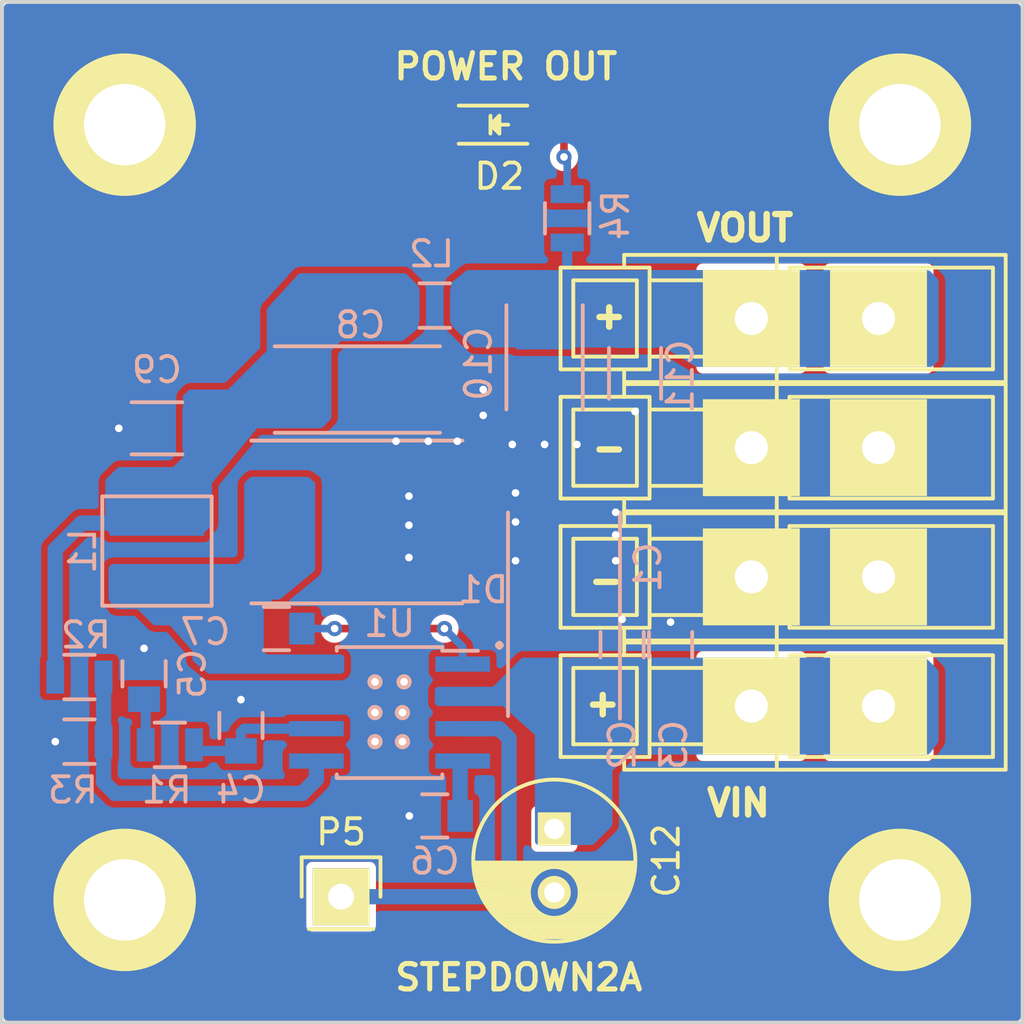
<source format=kicad_pcb>
(kicad_pcb (version 20221018) (generator pcbnew)
  (layers (0 "F.Cu" mixed) (31 "B.Cu" mixed) (34 "B.Paste" user) (35 "F.Paste" user) (36 "B.SilkS" user "B.Silkscreen") (37 "F.SilkS" user "F.Silkscreen") (38 "B.Mask" user) (39 "F.Mask" user) (44 "Edge.Cuts" user))
  (net 0 "")
  (net 1 "GND")
  (net 2 "+12V")
  (net 3 "Net-(C4-Pad1)")
  (net 4 "Net-(C5-Pad1)")
  (net 5 "Net-(C6-Pad1)")
  (net 6 "Net-(C7-Pad1)")
  (net 7 "Net-(C7-Pad2)")
  (net 8 "Net-(C8-Pad1)")
  (net 9 "+5V")
  (net 10 "Net-(D2-Pad2)")
  (net 11 "/ENABLE")
  (net 12 "Net-(R2-Pad2)")
  (footprint "Mounting_Holes:MountingHole_3.2mm_M3_DIN965_Pad" (layer "F.Cu") (at 121.92 71.12)
    (fp_text reference "P1" hide)
    (fp_text value "_NC" hide)
    (pad "1" thru_hole circle (at 0 0) (size 5.6 5.6) (drill 3.2) (layers "*.Cu" "*.Mask" "F.SilkS") (net 1 "GND"))
  )
  (footprint "Mounting_Holes:MountingHole_3.2mm_M3_DIN965_Pad" (layer "F.Cu") (at 152.4 71.12)
    (fp_text reference "P2" hide)
    (fp_text value "_NC" hide)
    (pad "1" thru_hole circle (at 0 0) (size 5.6 5.6) (drill 3.2) (layers "*.Cu" "*.Mask" "F.SilkS") (net 1 "GND"))
  )
  (footprint "Mounting_Holes:MountingHole_3.2mm_M3_DIN965_Pad" (layer "F.Cu") (at 121.92 101.6)
    (fp_text reference "P3" hide)
    (fp_text value "_NC" hide)
    (pad "1" thru_hole circle (at 0 0) (size 5.6 5.6) (drill 3.2) (layers "*.Cu" "*.Mask" "F.SilkS") (net 1 "GND"))
  )
  (footprint "Mounting_Holes:MountingHole_3.2mm_M3_DIN965_Pad" (layer "F.Cu") (at 152.4 101.6)
    (fp_text reference "P4" hide)
    (fp_text value "_NC" hide)
    (pad "1" thru_hole circle (at 0 0) (size 5.6 5.6) (drill 3.2) (layers "*.Cu" "*.Mask" "F.SilkS") (net 1 "GND"))
  )
  (footprint "Connect:WAGO256" (layer "F.Cu") (at 149.098 93.98 180)
    (fp_text reference "J1" hide)
    (fp_text value "CONN1_1" hide)
    (fp_line (start -7.46 -2.5) (end 1.54 -2.5) (stroke (width 0.15)) (layer "F.SilkS"))
    (fp_line (start -7.46 2.5001) (end -7.46 -2.5001) (stroke (width 0.15)) (layer "F.SilkS"))
    (fp_line (start -6.9601 -2) (end 1.0399 -2) (stroke (width 0.15)) (layer "F.SilkS"))
    (fp_line (start -6.9601 2) (end -6.9601 -2) (stroke (width 0.15)) (layer "F.SilkS"))
    (fp_line (start -6.9601 2) (end 1.0399 2) (stroke (width 0.15)) (layer "F.SilkS"))
    (fp_line (start 1.0399 -2) (end 1.0399 2) (stroke (width 0.15)) (layer "F.SilkS"))
    (fp_line (start 1.0399 -1) (end 1.54 -1) (stroke (width 0.15)) (layer "F.SilkS"))
    (fp_line (start 1.0399 1) (end 1.54 1) (stroke (width 0.15)) (layer "F.SilkS"))
    (fp_line (start 1.54 -2.5) (end 7.54 -2.5) (stroke (width 0.15)) (layer "F.SilkS"))
    (fp_line (start 1.54 2.5) (end -7.46 2.5) (stroke (width 0.15)) (layer "F.SilkS"))
    (fp_line (start 1.54 2.5) (end 7.54 2.5) (stroke (width 0.15)) (layer "F.SilkS"))
    (fp_line (start 1.54 2.5001) (end 1.54 -2.5001) (stroke (width 0.15)) (layer "F.SilkS"))
    (fp_line (start 3.54 -1.5) (end 6.54 -1.5) (stroke (width 0.15)) (layer "F.SilkS"))
    (fp_line (start 3.54 1.5) (end 6.54 1.5) (stroke (width 0.15)) (layer "F.SilkS"))
    (fp_line (start 3.54 1.5001) (end 3.54 -1.5001) (stroke (width 0.15)) (layer "F.SilkS"))
    (fp_line (start 6.54 -2) (end 6.54 2) (stroke (width 0.15)) (layer "F.SilkS"))
    (fp_line (start 6.54 -2) (end 10.041 -2) (stroke (width 0.15)) (layer "F.SilkS"))
    (fp_line (start 6.54 2) (end 10.0401 2) (stroke (width 0.15)) (layer "F.SilkS"))
    (fp_line (start 7.0401 -1.5) (end 9.54 -1.5) (stroke (width 0.15)) (layer "F.SilkS"))
    (fp_line (start 7.0401 1.5) (end 9.54 1.5) (stroke (width 0.15)) (layer "F.SilkS"))
    (fp_line (start 7.0401 1.501) (end 7.0401 -1.501) (stroke (width 0.15)) (layer "F.SilkS"))
    (fp_line (start 7.54 -2) (end 7.54 -2.5) (stroke (width 0.15)) (layer "F.SilkS"))
    (fp_line (start 7.54 2.5) (end 7.54 2) (stroke (width 0.15)) (layer "F.SilkS"))
    (fp_line (start 9.54 1.501) (end 9.54 -1.501) (stroke (width 0.15)) (layer "F.SilkS"))
    (fp_line (start 10.0401 -2) (end 10.0401 2) (stroke (width 0.15)) (layer "F.SilkS"))
    (pad "1" thru_hole rect (at -2.46 0 270) (size 3.81 3.81) (drill 1.3) (layers "*.Cu" "*.Mask" "F.SilkS") (net 2 "+12V"))
    (pad "1" thru_hole rect (at 2.54 0 270) (size 3.81 3.81) (drill 1.3) (layers "*.Cu" "*.Mask" "F.SilkS") (net 2 "+12V"))
  )
  (footprint "Connect:WAGO256" (layer "F.Cu") (at 149.098 88.9 180)
    (fp_text reference "J2" hide)
    (fp_text value "CONN1_1" hide)
    (fp_line (start -7.46 -2.5) (end 1.54 -2.5) (stroke (width 0.15)) (layer "F.SilkS"))
    (fp_line (start -7.46 2.5001) (end -7.46 -2.5001) (stroke (width 0.15)) (layer "F.SilkS"))
    (fp_line (start -6.9601 -2) (end 1.0399 -2) (stroke (width 0.15)) (layer "F.SilkS"))
    (fp_line (start -6.9601 2) (end -6.9601 -2) (stroke (width 0.15)) (layer "F.SilkS"))
    (fp_line (start -6.9601 2) (end 1.0399 2) (stroke (width 0.15)) (layer "F.SilkS"))
    (fp_line (start 1.0399 -2) (end 1.0399 2) (stroke (width 0.15)) (layer "F.SilkS"))
    (fp_line (start 1.0399 -1) (end 1.54 -1) (stroke (width 0.15)) (layer "F.SilkS"))
    (fp_line (start 1.0399 1) (end 1.54 1) (stroke (width 0.15)) (layer "F.SilkS"))
    (fp_line (start 1.54 -2.5) (end 7.54 -2.5) (stroke (width 0.15)) (layer "F.SilkS"))
    (fp_line (start 1.54 2.5) (end -7.46 2.5) (stroke (width 0.15)) (layer "F.SilkS"))
    (fp_line (start 1.54 2.5) (end 7.54 2.5) (stroke (width 0.15)) (layer "F.SilkS"))
    (fp_line (start 1.54 2.5001) (end 1.54 -2.5001) (stroke (width 0.15)) (layer "F.SilkS"))
    (fp_line (start 3.54 -1.5) (end 6.54 -1.5) (stroke (width 0.15)) (layer "F.SilkS"))
    (fp_line (start 3.54 1.5) (end 6.54 1.5) (stroke (width 0.15)) (layer "F.SilkS"))
    (fp_line (start 3.54 1.5001) (end 3.54 -1.5001) (stroke (width 0.15)) (layer "F.SilkS"))
    (fp_line (start 6.54 -2) (end 6.54 2) (stroke (width 0.15)) (layer "F.SilkS"))
    (fp_line (start 6.54 -2) (end 10.041 -2) (stroke (width 0.15)) (layer "F.SilkS"))
    (fp_line (start 6.54 2) (end 10.0401 2) (stroke (width 0.15)) (layer "F.SilkS"))
    (fp_line (start 7.0401 -1.5) (end 9.54 -1.5) (stroke (width 0.15)) (layer "F.SilkS"))
    (fp_line (start 7.0401 1.5) (end 9.54 1.5) (stroke (width 0.15)) (layer "F.SilkS"))
    (fp_line (start 7.0401 1.501) (end 7.0401 -1.501) (stroke (width 0.15)) (layer "F.SilkS"))
    (fp_line (start 7.54 -2) (end 7.54 -2.5) (stroke (width 0.15)) (layer "F.SilkS"))
    (fp_line (start 7.54 2.5) (end 7.54 2) (stroke (width 0.15)) (layer "F.SilkS"))
    (fp_line (start 9.54 1.501) (end 9.54 -1.501) (stroke (width 0.15)) (layer "F.SilkS"))
    (fp_line (start 10.0401 -2) (end 10.0401 2) (stroke (width 0.15)) (layer "F.SilkS"))
    (pad "1" thru_hole rect (at -2.46 0 270) (size 3.81 3.81) (drill 1.3) (layers "*.Cu" "*.Mask" "F.SilkS") (net 1 "GND"))
    (pad "1" thru_hole rect (at 2.54 0 270) (size 3.81 3.81) (drill 1.3) (layers "*.Cu" "*.Mask" "F.SilkS") (net 1 "GND"))
  )
  (footprint "Connect:WAGO256" (layer "F.Cu") (at 149.098 78.74 180)
    (fp_text reference "J3" hide)
    (fp_text value "CONN1_1" hide)
    (fp_line (start -7.46 -2.5) (end 1.54 -2.5) (stroke (width 0.15)) (layer "F.SilkS"))
    (fp_line (start -7.46 2.5001) (end -7.46 -2.5001) (stroke (width 0.15)) (layer "F.SilkS"))
    (fp_line (start -6.9601 -2) (end 1.0399 -2) (stroke (width 0.15)) (layer "F.SilkS"))
    (fp_line (start -6.9601 2) (end -6.9601 -2) (stroke (width 0.15)) (layer "F.SilkS"))
    (fp_line (start -6.9601 2) (end 1.0399 2) (stroke (width 0.15)) (layer "F.SilkS"))
    (fp_line (start 1.0399 -2) (end 1.0399 2) (stroke (width 0.15)) (layer "F.SilkS"))
    (fp_line (start 1.0399 -1) (end 1.54 -1) (stroke (width 0.15)) (layer "F.SilkS"))
    (fp_line (start 1.0399 1) (end 1.54 1) (stroke (width 0.15)) (layer "F.SilkS"))
    (fp_line (start 1.54 -2.5) (end 7.54 -2.5) (stroke (width 0.15)) (layer "F.SilkS"))
    (fp_line (start 1.54 2.5) (end -7.46 2.5) (stroke (width 0.15)) (layer "F.SilkS"))
    (fp_line (start 1.54 2.5) (end 7.54 2.5) (stroke (width 0.15)) (layer "F.SilkS"))
    (fp_line (start 1.54 2.5001) (end 1.54 -2.5001) (stroke (width 0.15)) (layer "F.SilkS"))
    (fp_line (start 3.54 -1.5) (end 6.54 -1.5) (stroke (width 0.15)) (layer "F.SilkS"))
    (fp_line (start 3.54 1.5) (end 6.54 1.5) (stroke (width 0.15)) (layer "F.SilkS"))
    (fp_line (start 3.54 1.5001) (end 3.54 -1.5001) (stroke (width 0.15)) (layer "F.SilkS"))
    (fp_line (start 6.54 -2) (end 6.54 2) (stroke (width 0.15)) (layer "F.SilkS"))
    (fp_line (start 6.54 -2) (end 10.041 -2) (stroke (width 0.15)) (layer "F.SilkS"))
    (fp_line (start 6.54 2) (end 10.0401 2) (stroke (width 0.15)) (layer "F.SilkS"))
    (fp_line (start 7.0401 -1.5) (end 9.54 -1.5) (stroke (width 0.15)) (layer "F.SilkS"))
    (fp_line (start 7.0401 1.5) (end 9.54 1.5) (stroke (width 0.15)) (layer "F.SilkS"))
    (fp_line (start 7.0401 1.501) (end 7.0401 -1.501) (stroke (width 0.15)) (layer "F.SilkS"))
    (fp_line (start 7.54 -2) (end 7.54 -2.5) (stroke (width 0.15)) (layer "F.SilkS"))
    (fp_line (start 7.54 2.5) (end 7.54 2) (stroke (width 0.15)) (layer "F.SilkS"))
    (fp_line (start 9.54 1.501) (end 9.54 -1.501) (stroke (width 0.15)) (layer "F.SilkS"))
    (fp_line (start 10.0401 -2) (end 10.0401 2) (stroke (width 0.15)) (layer "F.SilkS"))
    (pad "1" thru_hole rect (at -2.46 0 270) (size 3.81 3.81) (drill 1.3) (layers "*.Cu" "*.Mask" "F.SilkS") (net 9 "+5V"))
    (pad "1" thru_hole rect (at 2.54 0 270) (size 3.81 3.81) (drill 1.3) (layers "*.Cu" "*.Mask" "F.SilkS") (net 9 "+5V"))
  )
  (footprint "Connect:WAGO256" (layer "F.Cu") (at 149.098 83.82 180)
    (fp_text reference "J4" hide)
    (fp_text value "CONN1_1" hide)
    (fp_line (start -7.46 -2.5) (end 1.54 -2.5) (stroke (width 0.15)) (layer "F.SilkS"))
    (fp_line (start -7.46 2.5001) (end -7.46 -2.5001) (stroke (width 0.15)) (layer "F.SilkS"))
    (fp_line (start -6.9601 -2) (end 1.0399 -2) (stroke (width 0.15)) (layer "F.SilkS"))
    (fp_line (start -6.9601 2) (end -6.9601 -2) (stroke (width 0.15)) (layer "F.SilkS"))
    (fp_line (start -6.9601 2) (end 1.0399 2) (stroke (width 0.15)) (layer "F.SilkS"))
    (fp_line (start 1.0399 -2) (end 1.0399 2) (stroke (width 0.15)) (layer "F.SilkS"))
    (fp_line (start 1.0399 -1) (end 1.54 -1) (stroke (width 0.15)) (layer "F.SilkS"))
    (fp_line (start 1.0399 1) (end 1.54 1) (stroke (width 0.15)) (layer "F.SilkS"))
    (fp_line (start 1.54 -2.5) (end 7.54 -2.5) (stroke (width 0.15)) (layer "F.SilkS"))
    (fp_line (start 1.54 2.5) (end -7.46 2.5) (stroke (width 0.15)) (layer "F.SilkS"))
    (fp_line (start 1.54 2.5) (end 7.54 2.5) (stroke (width 0.15)) (layer "F.SilkS"))
    (fp_line (start 1.54 2.5001) (end 1.54 -2.5001) (stroke (width 0.15)) (layer "F.SilkS"))
    (fp_line (start 3.54 -1.5) (end 6.54 -1.5) (stroke (width 0.15)) (layer "F.SilkS"))
    (fp_line (start 3.54 1.5) (end 6.54 1.5) (stroke (width 0.15)) (layer "F.SilkS"))
    (fp_line (start 3.54 1.5001) (end 3.54 -1.5001) (stroke (width 0.15)) (layer "F.SilkS"))
    (fp_line (start 6.54 -2) (end 6.54 2) (stroke (width 0.15)) (layer "F.SilkS"))
    (fp_line (start 6.54 -2) (end 10.041 -2) (stroke (width 0.15)) (layer "F.SilkS"))
    (fp_line (start 6.54 2) (end 10.0401 2) (stroke (width 0.15)) (layer "F.SilkS"))
    (fp_line (start 7.0401 -1.5) (end 9.54 -1.5) (stroke (width 0.15)) (layer "F.SilkS"))
    (fp_line (start 7.0401 1.5) (end 9.54 1.5) (stroke (width 0.15)) (layer "F.SilkS"))
    (fp_line (start 7.0401 1.501) (end 7.0401 -1.501) (stroke (width 0.15)) (layer "F.SilkS"))
    (fp_line (start 7.54 -2) (end 7.54 -2.5) (stroke (width 0.15)) (layer "F.SilkS"))
    (fp_line (start 7.54 2.5) (end 7.54 2) (stroke (width 0.15)) (layer "F.SilkS"))
    (fp_line (start 9.54 1.501) (end 9.54 -1.501) (stroke (width 0.15)) (layer "F.SilkS"))
    (fp_line (start 10.0401 -2) (end 10.0401 2) (stroke (width 0.15)) (layer "F.SilkS"))
    (pad "1" thru_hole rect (at -2.46 0 270) (size 3.81 3.81) (drill 1.3) (layers "*.Cu" "*.Mask" "F.SilkS") (net 1 "GND"))
    (pad "1" thru_hole rect (at 2.54 0 270) (size 3.81 3.81) (drill 1.3) (layers "*.Cu" "*.Mask" "F.SilkS") (net 1 "GND"))
  )
  (footprint "Pin_Headers:Pin_Header_Straight_1x01" (layer "F.Cu") (at 130.429 101.473)
    (fp_text reference "P5" (at 0 -2.54) (layer "F.SilkS"))
    (fp_text value "CONN_01X01")
    (fp_line (start -1.55 -1.55) (end 1.55 -1.55) (stroke (width 0.15)) (layer "F.SilkS"))
    (fp_line (start -1.55 0) (end -1.55 -1.55) (stroke (width 0.15)) (layer "F.SilkS"))
    (fp_line (start -1.27 1.27) (end 1.27 1.27) (stroke (width 0.15)) (layer "F.SilkS"))
    (fp_line (start 1.55 -1.55) (end 1.55 0) (stroke (width 0.15)) (layer "F.SilkS"))
    (pad "1" thru_hole rect (at 0 0) (size 2.2352 2.2352) (drill 1.016) (layers "*.Cu" "*.Mask" "F.SilkS") (net 11 "/ENABLE"))
  )
  (footprint "Capacitors_ThroughHole:C_Radial_D6.3_L11.2_P2.5" (layer "F.Cu") (at 138.811 98.806 -90)
    (fp_text reference "C12" (at 1.25 -4.4 270) (layer "F.SilkS"))
    (fp_text value "47u")
    (fp_line (start 1.325 -3.149) (end 1.325 3.149) (stroke (width 0.15)) (layer "F.SilkS"))
    (fp_line (start 1.465 -3.143) (end 1.465 3.143) (stroke (width 0.15)) (layer "F.SilkS"))
    (fp_line (start 1.605 -3.13) (end 1.605 -0.446) (stroke (width 0.15)) (layer "F.SilkS"))
    (fp_line (start 1.605 0.446) (end 1.605 3.13) (stroke (width 0.15)) (layer "F.SilkS"))
    (fp_line (start 1.745 -3.111) (end 1.745 -0.656) (stroke (width 0.15)) (layer "F.SilkS"))
    (fp_line (start 1.745 0.656) (end 1.745 3.111) (stroke (width 0.15)) (layer "F.SilkS"))
    (fp_line (start 1.885 -3.085) (end 1.885 -0.789) (stroke (width 0.15)) (layer "F.SilkS"))
    (fp_line (start 1.885 0.789) (end 1.885 3.085) (stroke (width 0.15)) (layer "F.SilkS"))
    (fp_line (start 2.025 -3.053) (end 2.025 -0.88) (stroke (width 0.15)) (layer "F.SilkS"))
    (fp_line (start 2.025 0.88) (end 2.025 3.053) (stroke (width 0.15)) (layer "F.SilkS"))
    (fp_line (start 2.165 -3.014) (end 2.165 -0.942) (stroke (width 0.15)) (layer "F.SilkS"))
    (fp_line (start 2.165 0.942) (end 2.165 3.014) (stroke (width 0.15)) (layer "F.SilkS"))
    (fp_line (start 2.305 -2.968) (end 2.305 -0.981) (stroke (width 0.15)) (layer "F.SilkS"))
    (fp_line (start 2.305 0.981) (end 2.305 2.968) (stroke (width 0.15)) (layer "F.SilkS"))
    (fp_line (start 2.445 -2.915) (end 2.445 -0.998) (stroke (width 0.15)) (layer "F.SilkS"))
    (fp_line (start 2.445 0.998) (end 2.445 2.915) (stroke (width 0.15)) (layer "F.SilkS"))
    (fp_line (start 2.585 -2.853) (end 2.585 -0.996) (stroke (width 0.15)) (layer "F.SilkS"))
    (fp_line (start 2.585 0.996) (end 2.585 2.853) (stroke (width 0.15)) (layer "F.SilkS"))
    (fp_line (start 2.725 -2.783) (end 2.725 -0.974) (stroke (width 0.15)) (layer "F.SilkS"))
    (fp_line (start 2.725 0.974) (end 2.725 2.783) (stroke (width 0.15)) (layer "F.SilkS"))
    (fp_line (start 2.865 -2.704) (end 2.865 -0.931) (stroke (width 0.15)) (layer "F.SilkS"))
    (fp_line (start 2.865 0.931) (end 2.865 2.704) (stroke (width 0.15)) (layer "F.SilkS"))
    (fp_line (start 3.005 -2.616) (end 3.005 -0.863) (stroke (width 0.15)) (layer "F.SilkS"))
    (fp_line (start 3.005 0.863) (end 3.005 2.616) (stroke (width 0.15)) (layer "F.SilkS"))
    (fp_line (start 3.145 -2.516) (end 3.145 -0.764) (stroke (width 0.15)) (layer "F.SilkS"))
    (fp_line (start 3.145 0.764) (end 3.145 2.516) (stroke (width 0.15)) (layer "F.SilkS"))
    (fp_line (start 3.285 -2.404) (end 3.285 -0.619) (stroke (width 0.15)) (layer "F.SilkS"))
    (fp_line (start 3.285 0.619) (end 3.285 2.404) (stroke (width 0.15)) (layer "F.SilkS"))
    (fp_line (start 3.425 -2.279) (end 3.425 -0.38) (stroke (width 0.15)) (layer "F.SilkS"))
    (fp_line (start 3.425 0.38) (end 3.425 2.279) (stroke (width 0.15)) (layer "F.SilkS"))
    (fp_line (start 3.565 -2.136) (end 3.565 2.136) (stroke (width 0.15)) (layer "F.SilkS"))
    (fp_line (start 3.705 -1.974) (end 3.705 1.974) (stroke (width 0.15)) (layer "F.SilkS"))
    (fp_line (start 3.845 -1.786) (end 3.845 1.786) (stroke (width 0.15)) (layer "F.SilkS"))
    (fp_line (start 3.985 -1.563) (end 3.985 1.563) (stroke (width 0.15)) (layer "F.SilkS"))
    (fp_line (start 4.125 -1.287) (end 4.125 1.287) (stroke (width 0.15)) (layer "F.SilkS"))
    (fp_line (start 4.265 -0.912) (end 4.265 0.912) (stroke (width 0.15)) (layer "F.SilkS"))
    (fp_circle (center 1.25 0) (end 1.25 -3.1875) (stroke (width 0.15)) (fill none) (layer "F.SilkS"))
    (fp_circle (center 2.5 0) (end 2.5 -1) (stroke (width 0.15)) (fill none) (layer "F.SilkS"))
    (pad "1" thru_hole rect (at 0 0 270) (size 1.3 1.3) (drill 0.8) (layers "*.Cu" "*.Mask" "F.SilkS") (net 2 "+12V"))
    (pad "2" thru_hole circle (at 2.5 0 270) (size 1.3 1.3) (drill 0.8) (layers "*.Cu" "*.Mask" "F.SilkS") (net 1 "GND"))
  )
  (footprint "LEDs:LED_0805" (layer "F.Cu") (at 136.652 71.12)
    (fp_text reference "D2" (at 0 2.032) (layer "F.SilkS"))
    (fp_text value "POWER OUT")
    (fp_line (start -1.6 -0.75) (end 1.1 -0.75) (stroke (width 0.15)) (layer "F.SilkS"))
    (fp_line (start -1.6 0.75) (end 1.1 0.75) (stroke (width 0.15)) (layer "F.SilkS"))
    (fp_line (start -0.35 -0.35) (end -0.35 0.35) (stroke (width 0.15)) (layer "F.SilkS"))
    (fp_line (start -0.35 0) (end 0 -0.35) (stroke (width 0.15)) (layer "F.SilkS"))
    (fp_line (start -0.1 -0.1) (end -0.25 0.05) (stroke (width 0.15)) (layer "F.SilkS"))
    (fp_line (start -0.1 0.15) (end -0.1 -0.1) (stroke (width 0.15)) (layer "F.SilkS"))
    (fp_line (start 0 -0.35) (end 0 0.35) (stroke (width 0.15)) (layer "F.SilkS"))
    (fp_line (start 0 0) (end 0.35 0) (stroke (width 0.15)) (layer "F.SilkS"))
    (fp_line (start 0 0.35) (end -0.35 0) (stroke (width 0.15)) (layer "F.SilkS"))
    (pad "1" smd rect (at -1.04902 0 180) (size 1.19888 1.19888) (layers "F.Cu" "F.Paste" "F.Mask") (net 1 "GND"))
    (pad "2" smd rect (at 1.04902 0 180) (size 1.19888 1.19888) (layers "F.Cu" "F.Paste" "F.Mask") (net 10 "Net-(D2-Pad2)"))
  )
  (footprint "Capacitors_Tantalum_SMD:TantalC_SizeD_EIA-7343_Reflow" (layer "B.Cu") (at 139.192 90.17 90)
    (fp_text reference "C1" (at 1.651 3.302 90) (layer "B.SilkS") (effects (justify mirror)))
    (fp_text value "22u")
    (fp_line (start -4.2 -2.2) (end 3.8 -2.2) (stroke (width 0.15)) (layer "B.SilkS"))
    (fp_line (start 3.8 2.2) (end -4.3 2.2) (stroke (width 0.15)) (layer "B.SilkS"))
    (pad "1" smd rect (at -3.12 0 90) (size 2.37 2.43) (layers "B.Cu" "B.Paste" "B.Mask") (net 2 "+12V"))
    (pad "2" smd rect (at 3.12 0 90) (size 2.37 2.43) (layers "B.Cu" "B.Paste" "B.Mask") (net 1 "GND"))
  )
  (footprint "Capacitors_SMD:C_0805" (layer "B.Cu") (at 141.478 91.567 90)
    (fp_text reference "C2" (at -3.937 0 90) (layer "B.SilkS") (effects (justify mirror)))
    (fp_text value "3u3")
    (fp_line (start -0.5 -0.85) (end 0.5 -0.85) (stroke (width 0.15)) (layer "B.SilkS"))
    (fp_line (start 0.5 0.85) (end -0.5 0.85) (stroke (width 0.15)) (layer "B.SilkS"))
    (pad "1" smd rect (at -1 0 90) (size 1 1.25) (layers "B.Cu" "B.Paste" "B.Mask") (net 2 "+12V"))
    (pad "2" smd rect (at 1 0 90) (size 1 1.25) (layers "B.Cu" "B.Paste" "B.Mask") (net 1 "GND"))
  )
  (footprint "Capacitors_SMD:C_0805" (layer "B.Cu") (at 143.383 91.567 90)
    (fp_text reference "C3" (at -3.937 0.127 90) (layer "B.SilkS") (effects (justify mirror)))
    (fp_text value "1u")
    (fp_line (start -0.5 -0.85) (end 0.5 -0.85) (stroke (width 0.15)) (layer "B.SilkS"))
    (fp_line (start 0.5 0.85) (end -0.5 0.85) (stroke (width 0.15)) (layer "B.SilkS"))
    (pad "1" smd rect (at -1 0 90) (size 1 1.25) (layers "B.Cu" "B.Paste" "B.Mask") (net 2 "+12V"))
    (pad "2" smd rect (at 1 0 90) (size 1 1.25) (layers "B.Cu" "B.Paste" "B.Mask") (net 1 "GND"))
  )
  (footprint "Capacitors_SMD:C_0805" (layer "B.Cu") (at 126.492 94.742 90)
    (fp_text reference "C4" (at -2.54 0 180) (layer "B.SilkS") (effects (justify mirror)))
    (fp_text value "18pF")
    (fp_line (start -0.5 -0.85) (end 0.5 -0.85) (stroke (width 0.15)) (layer "B.SilkS"))
    (fp_line (start 0.5 0.85) (end -0.5 0.85) (stroke (width 0.15)) (layer "B.SilkS"))
    (pad "1" smd rect (at -1 0 90) (size 1 1.25) (layers "B.Cu" "B.Paste" "B.Mask") (net 3 "Net-(C4-Pad1)"))
    (pad "2" smd rect (at 1 0 90) (size 1 1.25) (layers "B.Cu" "B.Paste" "B.Mask") (net 1 "GND"))
  )
  (footprint "Capacitors_SMD:C_0805" (layer "B.Cu") (at 122.682 92.71 90)
    (fp_text reference "C5" (at 0 1.905 90) (layer "B.SilkS") (effects (justify mirror)))
    (fp_text value "680pF")
    (fp_line (start -0.5 -0.85) (end 0.5 -0.85) (stroke (width 0.15)) (layer "B.SilkS"))
    (fp_line (start 0.5 0.85) (end -0.5 0.85) (stroke (width 0.15)) (layer "B.SilkS"))
    (pad "1" smd rect (at -1 0 90) (size 1 1.25) (layers "B.Cu" "B.Paste" "B.Mask") (net 4 "Net-(C5-Pad1)"))
    (pad "2" smd rect (at 1 0 90) (size 1 1.25) (layers "B.Cu" "B.Paste" "B.Mask") (net 1 "GND"))
  )
  (footprint "Capacitors_SMD:C_0805" (layer "B.Cu") (at 134.112 98.298 180)
    (fp_text reference "C6" (at 0 -1.778 180) (layer "B.SilkS") (effects (justify mirror)))
    (fp_text value "8n2")
    (fp_line (start -0.5 -0.85) (end 0.5 -0.85) (stroke (width 0.15)) (layer "B.SilkS"))
    (fp_line (start 0.5 0.85) (end -0.5 0.85) (stroke (width 0.15)) (layer "B.SilkS"))
    (pad "1" smd rect (at -1 0 180) (size 1 1.25) (layers "B.Cu" "B.Paste" "B.Mask") (net 5 "Net-(C6-Pad1)"))
    (pad "2" smd rect (at 1 0 180) (size 1 1.25) (layers "B.Cu" "B.Paste" "B.Mask") (net 1 "GND"))
  )
  (footprint "Capacitors_SMD:C_0805" (layer "B.Cu") (at 127.889 90.932)
    (fp_text reference "C7" (at -2.794 0.127 180) (layer "B.SilkS") (effects (justify mirror)))
    (fp_text value "100n")
    (fp_line (start -0.5 -0.85) (end 0.5 -0.85) (stroke (width 0.15)) (layer "B.SilkS"))
    (fp_line (start 0.5 0.85) (end -0.5 0.85) (stroke (width 0.15)) (layer "B.SilkS"))
    (pad "1" smd rect (at -1 0) (size 1 1.25) (layers "B.Cu" "B.Paste" "B.Mask") (net 6 "Net-(C7-Pad1)"))
    (pad "2" smd rect (at 1 0) (size 1 1.25) (layers "B.Cu" "B.Paste" "B.Mask") (net 7 "Net-(C7-Pad2)"))
  )
  (footprint "Capacitors_Tantalum_SMD:TantalC_SizeC_EIA-6032_Reflow" (layer "B.Cu") (at 131.318 81.534)
    (fp_text reference "C8" (at -0.127 -2.54) (layer "B.SilkS") (effects (justify mirror)))
    (fp_text value "22u")
    (fp_line (start 3 -1.7) (end -3.5 -1.7) (stroke (width 0.15)) (layer "B.SilkS"))
    (fp_line (start 3 1.7) (end -3.5 1.7) (stroke (width 0.15)) (layer "B.SilkS"))
    (pad "1" smd rect (at -2.47 0) (size 2.37 2.23) (layers "B.Cu" "B.Paste" "B.Mask") (net 8 "Net-(C8-Pad1)"))
    (pad "2" smd rect (at 2.47 0) (size 2.37 2.23) (layers "B.Cu" "B.Paste" "B.Mask") (net 1 "GND"))
  )
  (footprint "Capacitors_SMD:C_1206" (layer "B.Cu") (at 123.19 83.058 180)
    (fp_text reference "C9" (at 0 2.3 180) (layer "B.SilkS") (effects (justify mirror)))
    (fp_text value "1u5")
    (fp_line (start -1 -1.025) (end 1 -1.025) (stroke (width 0.15)) (layer "B.SilkS"))
    (fp_line (start 1 1.025) (end -1 1.025) (stroke (width 0.15)) (layer "B.SilkS"))
    (pad "1" smd rect (at -1.5 0 180) (size 1 1.6) (layers "B.Cu" "B.Paste" "B.Mask") (net 8 "Net-(C8-Pad1)"))
    (pad "2" smd rect (at 1.5 0 180) (size 1 1.6) (layers "B.Cu" "B.Paste" "B.Mask") (net 1 "GND"))
  )
  (footprint "Capacitors_Tantalum_SMD:TantalC_SizeB_EIA-3528_Reflow" (layer "B.Cu") (at 138.43 80.518 -90)
    (fp_text reference "C10" (at 0 2.6 270) (layer "B.SilkS") (effects (justify mirror)))
    (fp_text value "22u")
    (fp_line (start 1.8 -1.5) (end -2.3 -1.5) (stroke (width 0.15)) (layer "B.SilkS"))
    (fp_line (start 1.8 1.5) (end -2.3 1.5) (stroke (width 0.15)) (layer "B.SilkS"))
    (pad "1" smd rect (at -1.46 0 270) (size 1.8 2.23) (layers "B.Cu" "B.Paste" "B.Mask") (net 9 "+5V"))
    (pad "2" smd rect (at 1.46 0 270) (size 1.8 2.23) (layers "B.Cu" "B.Paste" "B.Mask") (net 1 "GND"))
  )
  (footprint "Capacitors_SMD:C_1206" (layer "B.Cu") (at 141.986 80.899 -90)
    (fp_text reference "C11" (at 0.127 -1.778 270) (layer "B.SilkS") (effects (justify mirror)))
    (fp_text value "1u5")
    (fp_line (start -1 -1.025) (end 1 -1.025) (stroke (width 0.15)) (layer "B.SilkS"))
    (fp_line (start 1 1.025) (end -1 1.025) (stroke (width 0.15)) (layer "B.SilkS"))
    (pad "1" smd rect (at -1.5 0 270) (size 1 1.6) (layers "B.Cu" "B.Paste" "B.Mask") (net 9 "+5V"))
    (pad "2" smd rect (at 1.5 0 270) (size 1 1.6) (layers "B.Cu" "B.Paste" "B.Mask") (net 1 "GND"))
  )
  (footprint "Diodes_SMD:DO-214AB" (layer "B.Cu") (at 131.699 86.741)
    (fp_text reference "D1" (at 4.318 2.667) (layer "B.SilkS") (effects (justify mirror)))
    (fp_text value "D_Schottky")
    (fp_line (start -4.8 3.2) (end 3.5 3.2) (stroke (width 0.15)) (layer "B.SilkS"))
    (fp_line (start 3.5 -3.2) (end -4.8 -3.2) (stroke (width 0.15)) (layer "B.SilkS"))
    (pad "1" smd rect (at -3.6 0) (size 2.6 3.2) (layers "B.Cu" "B.Paste" "B.Mask") (net 6 "Net-(C7-Pad1)"))
    (pad "2" smd rect (at 3.6 0) (size 2.6 3.2) (layers "B.Cu" "B.Paste" "B.Mask") (net 1 "GND"))
  )
  (footprint "Inductors_NEOSID:Inductor_XAL4030-472MEB" (layer "B.Cu") (at 123.19 87.884 90)
    (fp_text reference "L1" (at 0 -2.921 90) (layer "B.SilkS") (effects (justify mirror)))
    (fp_text value "4.7uH")
    (fp_line (start -2.15 2.15) (end -2.15 -2.15) (stroke (width 0.15)) (layer "B.SilkS"))
    (fp_line (start 2.15 -2.15) (end -2.15 -2.15) (stroke (width 0.15)) (layer "B.SilkS"))
    (fp_line (start 2.15 2.15) (end -2.15 2.15) (stroke (width 0.15)) (layer "B.SilkS"))
    (fp_line (start 2.15 2.15) (end 2.15 -2.15) (stroke (width 0.15)) (layer "B.SilkS"))
    (pad "1" smd rect (at -1.09982 0 90) (size 1.00076 3.70002) (layers "B.Cu" "B.Paste" "B.Mask") (net 6 "Net-(C7-Pad1)"))
    (pad "2" smd rect (at 1.09982 0 90) (size 1.00076 3.70002) (layers "B.Cu" "B.Paste" "B.Mask") (net 8 "Net-(C8-Pad1)"))
  )
  (footprint "Resistors_SMD:R_0805" (layer "B.Cu") (at 134.112 78.232)
    (fp_text reference "L2" (at -0.127 -2.032) (layer "B.SilkS") (effects (justify mirror)))
    (fp_text value "240nH")
    (fp_line (start -0.6 0.875) (end 0.6 0.875) (stroke (width 0.15)) (layer "B.SilkS"))
    (fp_line (start 0.6 -0.875) (end -0.6 -0.875) (stroke (width 0.15)) (layer "B.SilkS"))
    (pad "1" smd rect (at -0.95 0) (size 0.7 1.3) (layers "B.Cu" "B.Paste" "B.Mask") (net 8 "Net-(C8-Pad1)"))
    (pad "2" smd rect (at 0.95 0) (size 0.7 1.3) (layers "B.Cu" "B.Paste" "B.Mask") (net 9 "+5V"))
  )
  (footprint "Resistors_SMD:R_0805" (layer "B.Cu") (at 123.698 95.504 180)
    (fp_text reference "R1" (at 0.127 -1.778 180) (layer "B.SilkS") (effects (justify mirror)))
    (fp_text value "35k7")
    (fp_line (start -0.6 0.875) (end 0.6 0.875) (stroke (width 0.15)) (layer "B.SilkS"))
    (fp_line (start 0.6 -0.875) (end -0.6 -0.875) (stroke (width 0.15)) (layer "B.SilkS"))
    (pad "1" smd rect (at -0.95 0 180) (size 0.7 1.3) (layers "B.Cu" "B.Paste" "B.Mask") (net 3 "Net-(C4-Pad1)"))
    (pad "2" smd rect (at 0.95 0 180) (size 0.7 1.3) (layers "B.Cu" "B.Paste" "B.Mask") (net 4 "Net-(C5-Pad1)"))
  )
  (footprint "Resistors_SMD:R_0805" (layer "B.Cu") (at 120.142 92.837)
    (fp_text reference "R2" (at 0.254 -1.651) (layer "B.SilkS") (effects (justify mirror)))
    (fp_text value "10k2")
    (fp_line (start -0.6 0.875) (end 0.6 0.875) (stroke (width 0.15)) (layer "B.SilkS"))
    (fp_line (start 0.6 -0.875) (end -0.6 -0.875) (stroke (width 0.15)) (layer "B.SilkS"))
    (pad "1" smd rect (at -0.95 0) (size 0.7 1.3) (layers "B.Cu" "B.Paste" "B.Mask") (net 8 "Net-(C8-Pad1)"))
    (pad "2" smd rect (at 0.95 0) (size 0.7 1.3) (layers "B.Cu" "B.Paste" "B.Mask") (net 12 "Net-(R2-Pad2)"))
  )
  (footprint "Resistors_SMD:R_0805" (layer "B.Cu") (at 120.142 95.377 180)
    (fp_text reference "R3" (at 0.254 -1.905 180) (layer "B.SilkS") (effects (justify mirror)))
    (fp_text value "1k93")
    (fp_line (start -0.6 0.875) (end 0.6 0.875) (stroke (width 0.15)) (layer "B.SilkS"))
    (fp_line (start 0.6 -0.875) (end -0.6 -0.875) (stroke (width 0.15)) (layer "B.SilkS"))
    (pad "1" smd rect (at -0.95 0 180) (size 0.7 1.3) (layers "B.Cu" "B.Paste" "B.Mask") (net 12 "Net-(R2-Pad2)"))
    (pad "2" smd rect (at 0.95 0 180) (size 0.7 1.3) (layers "B.Cu" "B.Paste" "B.Mask") (net 1 "GND"))
  )
  (footprint "Resistors_SMD:R_0805" (layer "B.Cu") (at 139.319 74.803 90)
    (fp_text reference "R4" (at 0.127 1.905 90) (layer "B.SilkS") (effects (justify mirror)))
    (fp_text value "1k2")
    (fp_line (start -0.6 0.875) (end 0.6 0.875) (stroke (width 0.15)) (layer "B.SilkS"))
    (fp_line (start 0.6 -0.875) (end -0.6 -0.875) (stroke (width 0.15)) (layer "B.SilkS"))
    (pad "1" smd rect (at -0.95 0 90) (size 0.7 1.3) (layers "B.Cu" "B.Paste" "B.Mask") (net 9 "+5V"))
    (pad "2" smd rect (at 0.95 0 90) (size 0.7 1.3) (layers "B.Cu" "B.Paste" "B.Mask") (net 10 "Net-(D2-Pad2)"))
  )
  (footprint "Housings_SOIC:8-PowerSOIC_Pitch1.27mm" (layer "B.Cu") (at 132.334 94.234 180)
    (fp_text reference "U1" (at 0 3.5 180) (layer "B.SilkS") (effects (justify mirror)))
    (fp_text value "TPS54332")
    (fp_line (start -2.075 -2.575) (end -2.075 -2.43) (stroke (width 0.15)) (layer "B.SilkS"))
    (fp_line (start -2.075 -2.575) (end 2.075 -2.575) (stroke (width 0.15)) (layer "B.SilkS"))
    (fp_line (start -2.075 2.43) (end -3.475 2.43) (stroke (width 0.15)) (layer "B.SilkS"))
    (fp_line (start -2.075 2.575) (end -2.075 2.43) (stroke (width 0.15)) (layer "B.SilkS"))
    (fp_line (start -2.075 2.575) (end 2.075 2.575) (stroke (width 0.15)) (layer "B.SilkS"))
    (fp_line (start 2.075 -2.575) (end 2.075 -2.43) (stroke (width 0.15)) (layer "B.SilkS"))
    (fp_line (start 2.075 2.575) (end 2.075 2.43) (stroke (width 0.15)) (layer "B.SilkS"))
    (pad "1" smd rect (at -2.875 1.905 180) (size 2.15 0.6) (layers "B.Cu" "B.Paste" "B.Mask") (net 7 "Net-(C7-Pad2)"))
    (pad "2" smd rect (at -2.875 0.635 180) (size 2.15 0.6) (layers "B.Cu" "B.Paste" "B.Mask") (net 2 "+12V"))
    (pad "3" smd rect (at -2.875 -0.635 180) (size 2.15 0.6) (layers "B.Cu" "B.Paste" "B.Mask") (net 11 "/ENABLE"))
    (pad "4" smd rect (at -2.875 -1.905 180) (size 2.15 0.6) (layers "B.Cu" "B.Paste" "B.Mask") (net 5 "Net-(C6-Pad1)"))
    (pad "5" smd rect (at 2.875 -1.905 180) (size 2.15 0.6) (layers "B.Cu" "B.Paste" "B.Mask") (net 12 "Net-(R2-Pad2)"))
    (pad "6" smd rect (at 2.875 -0.635 180) (size 2.15 0.6) (layers "B.Cu" "B.Paste" "B.Mask") (net 3 "Net-(C4-Pad1)"))
    (pad "7" smd rect (at 2.875 0.635 180) (size 2.15 0.6) (layers "B.Cu" "B.Paste" "B.Mask") (net 1 "GND"))
    (pad "8" smd rect (at 2.875 1.905 180) (size 2.15 0.6) (layers "B.Cu" "B.Paste" "B.Mask") (net 6 "Net-(C7-Pad1)"))
    (pad "9" smd rect (at -0.58928 1.17856 180) (size 1.175 1.175) (layers "B.Cu" "B.Paste" "B.Mask") (net 1 "GND"))
    (pad "9" smd rect (at -0.5875 -1.1717 180) (size 1.175 1.175) (layers "B.Cu" "B.Paste" "B.Mask") (net 1 "GND"))
    (pad "9" smd rect (at -0.5875 0.0033 180) (size 1.175 1.175) (layers "B.Cu" "B.Paste" "B.Mask") (net 1 "GND"))
    (pad "9" thru_hole circle (at -0.5715 1.2065 180) (size 0.6 0.6) (drill 0.3) (layers "*.Cu" "*.Mask" "B.SilkS") (net 1 "GND"))
    (pad "9" thru_hole circle (at -0.508 -1.143 180) (size 0.6 0.6) (drill 0.3) (layers "*.Cu" "*.Mask" "B.SilkS") (net 1 "GND"))
    (pad "9" thru_hole circle (at -0.508 0 180) (size 0.6 0.6) (drill 0.3) (layers "*.Cu" "*.Mask" "B.SilkS") (net 1 "GND"))
    (pad "9" thru_hole circle (at 0.5715 -1.143 180) (size 0.6 0.6) (drill 0.3) (layers "*.Cu" "*.Mask" "B.SilkS") (net 1 "GND"))
    (pad "9" thru_hole circle (at 0.5715 0 180) (size 0.6 0.6) (drill 0.3) (layers "*.Cu" "*.Mask" "B.SilkS") (net 1 "GND"))
    (pad "9" thru_hole circle (at 0.5715 1.2065 180) (size 0.6 0.6) (drill 0.3) (layers "*.Cu" "*.Mask" "B.SilkS") (net 1 "GND"))
    (pad "9" smd rect (at 0.58674 1.17856 180) (size 1.175 1.175) (layers "B.Cu" "B.Paste" "B.Mask") (net 1 "GND"))
    (pad "9" smd rect (at 0.5875 -1.1717 180) (size 1.175 1.175) (layers "B.Cu" "B.Paste" "B.Mask") (net 1 "GND"))
    (pad "9" smd rect (at 0.5875 0.0033 180) (size 1.175 1.175) (layers "B.Cu" "B.Paste" "B.Mask") (net 1 "GND"))
  )
  (gr_line (start 117.094 66.294) (end 117.094 106.426) (stroke (width 0.15)) (layer "Edge.Cuts"))
  (gr_line (start 117.094 106.426) (end 157.226 106.426) (stroke (width 0.15)) (layer "Edge.Cuts"))
  (gr_line (start 157.226 66.294) (end 117.094 66.294) (stroke (width 0.15)) (layer "Edge.Cuts"))
  (gr_line (start 157.226 106.426) (end 157.226 66.294) (stroke (width 0.15)) (layer "Edge.Cuts"))
  (gr_text "." (at 136.652 91.186) (layer "B.SilkS") (effects (font (size 1 1) (thickness 0.25)) (justify mirror)))
  (gr_text "-" (at 140.97 83.82) (layer "F.SilkS") (effects (font (size 1 1) (thickness 0.25)) (justify mirror)))
  (gr_text "POWER OUT" (at 136.906 68.834) (layer "F.SilkS") (effects (font (size 1 1) (thickness 0.2))))
  (gr_text "VOUT" (at 146.304 75.184) (layer "F.SilkS") (effects (font (size 1 1) (thickness 0.25))))
  (gr_text "+" (at 140.97 78.613) (layer "F.SilkS") (effects (font (size 1 1) (thickness 0.25)) (justify mirror)))
  (gr_text "VIN" (at 146.05 97.79) (layer "F.SilkS") (effects (font (size 1 1) (thickness 0.25))))
  (gr_text "STEPDOWN2A" (at 137.414 104.648) (layer "F.SilkS") (effects (font (size 1 1) (thickness 0.2))))
  (gr_text "-" (at 140.843 89.027) (layer "F.SilkS") (effects (font (size 1 1) (thickness 0.25)) (justify mirror)))
  (gr_text "+" (at 140.716 93.853) (layer "F.SilkS") (effects (font (size 1 1) (thickness 0.25)) (justify mirror)))
  (segment (start 133.112 98.298) (end 133.096 98.298) (width 1) (layer "F.Cu") (net 1))
  (segment (start 122.682 91.71) (end 122.682 91.694) (width 1) (layer "F.Cu") (net 1))
  (segment (start 138.43 83.693) (end 137.16 83.693) (width 0.3) (layer "F.Cu") (net 1))
  (segment (start 133.858 83.566) (end 135.001 83.566) (width 0.3) (layer "F.Cu") (net 1))
  (segment (start 121.69 83.058) (end 121.666 83.058) (width 0.3) (layer "F.Cu") (net 1))
  (segment (start 133.096 86.868) (end 133.096 85.725) (width 0.3) (layer "F.Cu") (net 1))
  (segment (start 137.287 86.741) (end 137.287 85.598) (width 0.3) (layer "F.Cu") (net 1))
  (segment (start 136.017 81.534) (end 136.017 82.55) (width 0.3) (layer "F.Cu") (net 1))
  (segment (start 119.192 95.377) (end 119.253 95.377) (width 0.3) (layer "F.Cu") (net 1))
  (segment (start 141.224 87.249) (end 141.224 86.36) (width 0.3) (layer "F.Cu") (net 1))
  (segment (start 141.478 90.567) (end 141.478 90.551) (width 0.3) (layer "F.Cu") (net 1))
  (segment (start 141.986 82.399) (end 141.986 82.423) (width 0.3) (layer "F.Cu") (net 1))
  (via (at 137.16 83.693) (size 0.6) (drill 0.3) (layers "F.Cu" "B.Cu") (net 1))
  (via (at 133.096 88.138) (size 0.6) (drill 0.3) (layers "F.Cu" "B.Cu") (net 1))
  (via (at 137.287 86.741) (size 0.6) (drill 0.3) (layers "F.Cu" "B.Cu") (net 1))
  (via (at 121.69 83.058) (size 0.6) (drill 0.3) (layers "F.Cu" "B.Cu") (net 1))
  (via (at 143.383 90.678) (size 0.6) (drill 0.3) (layers "F.Cu" "B.Cu") (net 1))
  (via (at 136.017 82.55) (size 0.6) (drill 0.3) (layers "F.Cu" "B.Cu") (net 1))
  (via (at 133.096 86.868) (size 0.6) (drill 0.3) (layers "F.Cu" "B.Cu") (net 1))
  (via (at 135.001 83.566) (size 0.6) (drill 0.3) (layers "F.Cu" "B.Cu") (net 1))
  (via (at 137.287 88.265) (size 0.6) (drill 0.3) (layers "F.Cu" "B.Cu") (net 1))
  (via (at 139.7 83.693) (size 0.6) (drill 0.3) (layers "F.Cu" "B.Cu") (net 1))
  (via (at 133.858 83.566) (size 0.6) (drill 0.3) (layers "F.Cu" "B.Cu") (net 1))
  (via (at 133.096 85.725) (size 0.6) (drill 0.3) (layers "F.Cu" "B.Cu") (net 1))
  (via (at 141.224 86.36) (size 0.6) (drill 0.3) (layers "F.Cu" "B.Cu") (net 1))
  (via (at 141.478 90.567) (size 0.6) (drill 0.3) (layers "F.Cu" "B.Cu") (net 1))
  (via (at 141.224 87.249) (size 0.6) (drill 0.3) (layers "F.Cu" "B.Cu") (net 1))
  (via (at 136.017 81.534) (size 0.6) (drill 0.3) (layers "F.Cu" "B.Cu") (net 1))
  (via (at 126.492 93.726) (size 0.6) (drill 0.3) (layers "F.Cu" "B.Cu") (net 1))
  (via (at 137.287 85.598) (size 0.6) (drill 0.3) (layers "F.Cu" "B.Cu") (net 1))
  (via (at 138.43 83.693) (size 0.6) (drill 0.3) (layers "F.Cu" "B.Cu") (net 1))
  (via (at 119.192 95.377) (size 0.6) (drill 0.3) (layers "F.Cu" "B.Cu") (net 1))
  (via (at 141.224 88.265) (size 0.6) (drill 0.3) (layers "F.Cu" "B.Cu") (net 1))
  (via (at 141.986 82.399) (size 0.6) (drill 0.3) (layers "F.Cu" "B.Cu") (net 1))
  (via (at 132.588 83.566) (size 0.6) (drill 0.3) (layers "F.Cu" "B.Cu") (net 1))
  (via (at 133.112 98.298) (size 0.6) (drill 0.3) (layers "F.Cu" "B.Cu") (net 1))
  (via (at 122.682 91.71) (size 0.6) (drill 0.3) (layers "F.Cu" "B.Cu") (net 1))
  (segment (start 126.492 93.726) (end 126.492 93.742) (width 1) (layer "B.Cu") (net 1))
  (segment (start 139.01 87.122) (end 139.192 87.304) (width 0.3) (layer "B.Cu") (net 1))
  (segment (start 133.788 83.496) (end 133.858 83.566) (width 0.3) (layer "B.Cu") (net 1))
  (segment (start 137.287 87.304) (end 137.287 87.376) (width 0.3) (layer "B.Cu") (net 1))
  (segment (start 137.287 87.376) (end 137.287 88.265) (width 0.3) (layer "B.Cu") (net 1))
  (segment (start 141.169 87.304) (end 141.224 87.249) (width 0.3) (layer "B.Cu") (net 1))
  (segment (start 143.383 90.678) (end 143.383 90.567) (width 0.3) (layer "B.Cu") (net 1))
  (segment (start 137.287 86.741) (end 137.287 87.376) (width 0.3) (layer "B.Cu") (net 1))
  (segment (start 138.43 81.978) (end 138.43 83.693) (width 0.3) (layer "B.Cu") (net 1))
  (segment (start 135.299 86.868) (end 133.096 86.868) (width 0.3) (layer "B.Cu") (net 1))
  (segment (start 133.788 81.534) (end 133.788 83.496) (width 0.3) (layer "B.Cu") (net 1))
  (segment (start 133.788 81.534) (end 136.017 81.534) (width 0.3) (layer "B.Cu") (net 1))
  (segment (start 133.096 86.868) (end 133.096 88.138) (width 0.3) (layer "B.Cu") (net 1))
  (segment (start 139.192 87.304) (end 137.287 87.304) (width 0.3) (layer "B.Cu") (net 1))
  (segment (start 135.299 86.741) (end 137.287 86.741) (width 0.3) (layer "B.Cu") (net 1))
  (segment (start 139.192 87.304) (end 141.169 87.304) (width 0.3) (layer "B.Cu") (net 1))
  (segment (start 138.43 83.693) (end 139.7 83.693) (width 0.3) (layer "B.Cu") (net 1))
  (segment (start 141.224 87.249) (end 141.224 88.265) (width 0.3) (layer "B.Cu") (net 1))
  (segment (start 133.858 83.566) (end 132.588 83.566) (width 0.3) (layer "B.Cu") (net 1))
  (segment (start 139.137 93.599) (end 139.192 93.544) (width 0.4) (layer "B.Cu") (net 2))
  (segment (start 146.122 93.544) (end 146.558 93.98) (width 1) (layer "B.Cu") (net 2))
  (segment (start 135.209 93.599) (end 139.137 93.599) (width 0.6) (layer "B.Cu") (net 2))
  (segment (start 139.192 93.544) (end 146.122 93.544) (width 1.5) (layer "B.Cu") (net 2))
  (segment (start 146.558 93.98) (end 151.558 93.98) (width 2.5) (layer "B.Cu") (net 2))
  (segment (start 126.619 94.869) (end 126.492 94.996) (width 0.4) (layer "B.Cu") (net 3))
  (segment (start 126.492 94.996) (end 126.492 95.742) (width 0.4) (layer "B.Cu") (net 3))
  (segment (start 124.886 95.742) (end 124.648 95.504) (width 0.4) (layer "B.Cu") (net 3))
  (segment (start 129.459 94.869) (end 126.619 94.869) (width 0.4) (layer "B.Cu") (net 3))
  (segment (start 126.492 95.742) (end 124.886 95.742) (width 0.4) (layer "B.Cu") (net 3))
  (segment (start 122.748 93.776) (end 122.682 93.71) (width 0.4) (layer "B.Cu") (net 4))
  (segment (start 122.748 95.504) (end 122.748 93.776) (width 0.4) (layer "B.Cu") (net 4))
  (segment (start 135.112 96.236) (end 135.209 96.139) (width 0.4) (layer "B.Cu") (net 5))
  (segment (start 135.112 98.298) (end 135.112 96.236) (width 0.6) (layer "B.Cu") (net 5))
  (segment (start 126.91618 88.98382) (end 127.464 88.436) (width 1) (layer "B.Cu") (net 6))
  (segment (start 127.464 88.436) (end 127.464 86.868) (width 1) (layer "B.Cu") (net 6))
  (segment (start 123.19 89.916) (end 123.444 90.17) (width 0.6) (layer "B.Cu") (net 6))
  (segment (start 123.444 90.17) (end 124.968 90.17) (width 0.6) (layer "B.Cu") (net 6))
  (segment (start 124.968 90.17) (end 125.238 90.44) (width 0.6) (layer "B.Cu") (net 6))
  (segment (start 125.238 90.44) (end 125.238 90.932) (width 0.6) (layer "B.Cu") (net 6))
  (segment (start 125.238 91.964) (end 125.603 92.329) (width 0.6) (layer "B.Cu") (net 6))
  (segment (start 125.603 92.329) (end 129.459 92.329) (width 0.6) (layer "B.Cu") (net 6))
  (segment (start 125.238 90.932) (end 125.349 90.932) (width 0.3) (layer "B.Cu") (net 6))
  (segment (start 125.349 90.932) (end 125.238 90.932) (width 0.3) (layer "B.Cu") (net 6))
  (segment (start 125.238 90.932) (end 125.238 91.186) (width 0.6) (layer "B.Cu") (net 6))
  (segment (start 126.889 90.932) (end 125.238 90.932) (width 0.6) (layer "B.Cu") (net 6))
  (segment (start 123.19 88.98382) (end 126.91618 88.98382) (width 1) (layer "B.Cu") (net 6))
  (segment (start 125.238 91.186) (end 125.238 91.964) (width 0.6) (layer "B.Cu") (net 6))
  (segment (start 123.19 88.98382) (end 123.19 89.916) (width 0.6) (layer "B.Cu") (net 6))
  (segment (start 130.175 90.932) (end 134.493 90.932) (width 0.3) (layer "F.Cu") (net 7))
  (via (at 130.175 90.932) (size 0.6) (drill 0.3) (layers "F.Cu" "B.Cu") (net 7))
  (via (at 134.493 90.932) (size 0.6) (drill 0.3) (layers "F.Cu" "B.Cu") (net 7))
  (segment (start 134.493 90.932) (end 135.209 91.648) (width 0.3) (layer "B.Cu") (net 7))
  (segment (start 135.209 92.329) (end 135.209 91.648) (width 0.3) (layer "B.Cu") (net 7))
  (segment (start 130.175 90.932) (end 128.889 90.932) (width 0.3) (layer "B.Cu") (net 7))
  (segment (start 130.556 78.232) (end 129.356 79.432) (width 1) (layer "B.Cu") (net 8))
  (segment (start 129.356 79.432) (end 129.356 81.534) (width 1) (layer "B.Cu") (net 8))
  (segment (start 123.19 85.852) (end 123.698 85.344) (width 0.6) (layer "B.Cu") (net 8))
  (segment (start 123.698 85.344) (end 124.333 85.344) (width 0.6) (layer "B.Cu") (net 8))
  (segment (start 124.333 85.344) (end 124.69 84.987) (width 0.6) (layer "B.Cu") (net 8))
  (segment (start 124.69 84.987) (end 124.69 83.566) (width 0.6) (layer "B.Cu") (net 8))
  (segment (start 120.22582 86.78418) (end 119.192 87.818) (width 0.6) (layer "B.Cu") (net 8))
  (segment (start 119.192 87.818) (end 119.192 92.837) (width 0.6) (layer "B.Cu") (net 8))
  (segment (start 123.19 86.78418) (end 120.22582 86.78418) (width 0.6) (layer "B.Cu") (net 8))
  (segment (start 123.19 86.78418) (end 123.19 85.852) (width 0.6) (layer "B.Cu") (net 8))
  (segment (start 133.162 78.232) (end 130.556 78.232) (width 0.6) (layer "B.Cu") (net 8))
  (segment (start 142.518 78.74) (end 142.2 79.058) (width 1) (layer "B.Cu") (net 9))
  (segment (start 142.2 79.058) (end 138.43 79.058) (width 1) (layer "B.Cu") (net 9))
  (segment (start 136.716 79.058) (end 135.89 78.232) (width 1) (layer "B.Cu") (net 9))
  (segment (start 138.364 78.992) (end 138.43 79.058) (width 0.5) (layer "B.Cu") (net 9))
  (segment (start 139.319 77.47) (end 138.43 78.359) (width 0.4) (layer "B.Cu") (net 9))
  (segment (start 138.43 78.359) (end 138.43 79.058) (width 0.4) (layer "B.Cu") (net 9))
  (segment (start 139.319 75.753) (end 139.319 77.47) (width 0.4) (layer "B.Cu") (net 9))
  (segment (start 146.558 78.74) (end 142.518 78.74) (width 1) (layer "B.Cu") (net 9))
  (segment (start 146.558 78.74) (end 151.558 78.74) (width 2.5) (layer "B.Cu") (net 9))
  (segment (start 136.716 79.058) (end 138.43 79.058) (width 1) (layer "B.Cu") (net 9))
  (segment (start 135.062 78.232) (end 135.89 78.232) (width 0.6) (layer "B.Cu") (net 9))
  (segment (start 139.192 72.39) (end 139.192 71.628) (width 0.3) (layer "F.Cu") (net 10))
  (segment (start 139.192 71.628) (end 138.684 71.12) (width 0.3) (layer "F.Cu") (net 10))
  (segment (start 138.684 71.12) (end 137.70102 71.12) (width 0.3) (layer "F.Cu") (net 10))
  (via (at 139.192 72.39) (size 0.6) (drill 0.3) (layers "F.Cu" "B.Cu") (net 10))
  (segment (start 139.319 72.517) (end 139.192 72.39) (width 0.3) (layer "B.Cu") (net 10))
  (segment (start 139.319 73.853) (end 139.319 72.517) (width 0.3) (layer "B.Cu") (net 10))
  (segment (start 130.556 101.346) (end 130.429 101.473) (width 0.6) (layer "B.Cu") (net 11))
  (segment (start 136.652 94.869) (end 137.033 95.25) (width 0.6) (layer "B.Cu") (net 11))
  (segment (start 137.033 95.25) (end 137.033 100.838) (width 0.6) (layer "B.Cu") (net 11))
  (segment (start 137.033 100.838) (end 136.398 101.473) (width 0.6) (layer "B.Cu") (net 11))
  (segment (start 136.398 101.473) (end 130.429 101.473) (width 0.6) (layer "B.Cu") (net 11))
  (segment (start 135.209 94.869) (end 136.652 94.869) (width 0.6) (layer "B.Cu") (net 11))
  (segment (start 129.459 96.855) (end 128.905 97.409) (width 0.6) (layer "B.Cu") (net 12))
  (segment (start 128.905 97.409) (end 121.539 97.409) (width 0.6) (layer "B.Cu") (net 12))
  (segment (start 121.539 97.409) (end 121.092 96.962) (width 0.6) (layer "B.Cu") (net 12))
  (segment (start 121.092 96.962) (end 121.092 95.377) (width 0.6) (layer "B.Cu") (net 12))
  (segment (start 121.092 95.377) (end 121.092 92.837) (width 0.6) (layer "B.Cu") (net 12))
  (segment (start 129.459 96.139) (end 129.459 96.855) (width 0.6) (layer "B.Cu") (net 12))
  (zone (net 1) (net_name "GND") (layer "F.Cu") (connect_pads yes (clearance 0.254)) (min_thickness 0.3) (fill yes (thermal_gap 0.2) (thermal_bridge_width 0.508))
    (polygon (pts (xy 157.226 106.426) (xy 117.094 106.426) (xy 117.094 66.294) (xy 157.226 66.294)))
  )
  (zone (net 1) (net_name "GND") (layer "B.Cu") (connect_pads yes (clearance 0.254)) (min_thickness 0.3) (fill yes (thermal_gap 0.2) (thermal_bridge_width 0.508))
    (polygon (pts (xy 157.226 106.426) (xy 117.094 106.426) (xy 117.094 66.294) (xy 157.226 66.294)))
  )
  (zone (net 2) (net_name "+12V") (layer "B.Cu") (priority 1) (connect_pads yes (clearance 0.254)) (min_thickness 0.3) (fill yes (thermal_gap 0.2) (thermal_bridge_width 0.508))
    (polygon (pts (xy 153.924 92.583) (xy 153.924 95.377) (xy 153.543 95.885) (xy 141.732 95.885) (xy 141.097 96.52) (xy 141.097 98.679) (xy 140.335 99.441) (xy 138.049 99.441) (xy 138.049 95.123) (xy 137.922 94.996) (xy 136.779 93.98) (xy 134.112 93.98) (xy 134.112 93.218) (xy 136.398 93.218) (xy 137.541 92.075) (xy 153.416 92.075)))
  )
  (zone (net 9) (net_name "+5V") (layer "B.Cu") (priority 1) (connect_pads yes (clearance 0.254)) (min_thickness 0.3) (fill yes (thermal_gap 0.2) (thermal_bridge_width 0.508))
    (polygon (pts (xy 153.924 77.216) (xy 153.924 80.391) (xy 153.67 80.645) (xy 144.399 80.645) (xy 143.129 79.883) (xy 135.636 79.883) (xy 134.747 78.994) (xy 134.747 77.343) (xy 135.382 76.835) (xy 153.543 76.835)))
  )
  (zone (net 6) (net_name "Net-(C7-Pad1)") (layer "B.Cu") (priority 1) (connect_pads yes (clearance 0.254)) (min_thickness 0.3) (fill yes (thermal_gap 0.2) (thermal_bridge_width 0.508))
    (polygon (pts (xy 129.413 85.217) (xy 129.413 88.646) (xy 128.016 89.789) (xy 127.762 89.789) (xy 127.381 90.17) (xy 127.381 91.821) (xy 127.508 91.948) (xy 130.556 91.948) (xy 130.556 92.71) (xy 125.222 92.71) (xy 124.587 92.202) (xy 124.587 91.821) (xy 123.698 90.805) (xy 123.063 90.805) (xy 122.428 90.17) (xy 121.539 90.17) (xy 121.285 89.789) (xy 121.285 88.519) (xy 121.412 88.392) (xy 126.365 88.392) (xy 126.619 88.138) (xy 126.619 85.217) (xy 126.873 84.963) (xy 129.159 84.963)))
  )
  (zone (net 8) (net_name "Net-(C8-Pad1)") (layer "B.Cu") (priority 1) (connect_pads yes (clearance 0.254)) (min_thickness 0.3) (fill yes (thermal_gap 0.2) (thermal_bridge_width 0.508))
    (polygon (pts (xy 133.477 77.47) (xy 133.477 79.121) (xy 132.842 79.629) (xy 130.429 79.629) (xy 130.048 80.01) (xy 130.048 82.677) (xy 129.667 83.058) (xy 127.127 83.058) (xy 125.349 85.217) (xy 125.349 86.868) (xy 124.968 87.249) (xy 121.285 87.249) (xy 121.285 87.122) (xy 121.158 86.995) (xy 121.158 85.09) (xy 121.666 84.582) (xy 123.825 84.582) (xy 124.206 84.201) (xy 124.206 81.788) (xy 124.46 81.534) (xy 125.984 81.534) (xy 127.508 80.01) (xy 127.508 78.359) (xy 128.778 76.962) (xy 132.969 76.962)))
  )
)
</source>
